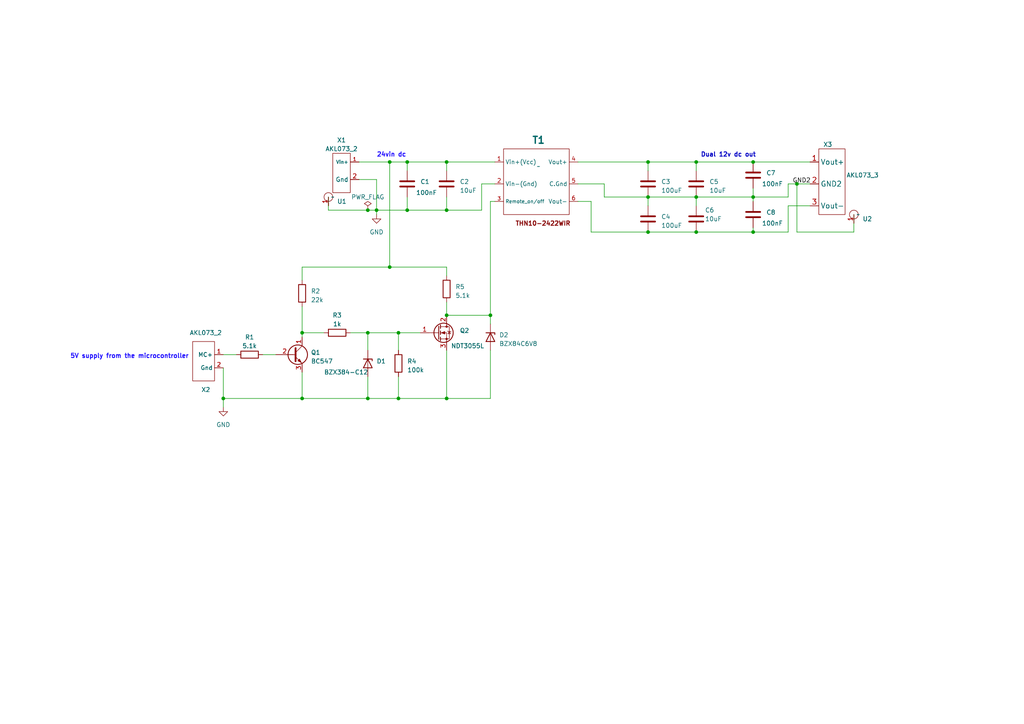
<source format=kicad_sch>
(kicad_sch (version 20230121) (generator eeschema)

  (uuid a07afb81-69e9-4123-902f-c6d7f9047704)

  (paper "A4")

  (title_block
    (title "24v dc to dual 12v dc step down converter")
    (date "2024-05-24")
    (company "Rohithvishal")
    (comment 1 "On board battery power supply of fue cell car")
  )

  (lib_symbols
    (symbol "AKL073_2:AKL073_2" (in_bom yes) (on_board yes)
      (property "Reference" "X1" (at -22.86 -1.27 0)
        (effects (font (size 1.27 1.27)))
      )
      (property "Value" "AKL073_2" (at -30.48 -7.62 0)
        (effects (font (size 1.27 1.27)))
      )
      (property "Footprint" "AKL073_2:2pin_screwterminal" (at -16.51 1.27 0)
        (effects (font (size 1.27 1.27)) hide)
      )
      (property "Datasheet" "" (at 0 0 0)
        (effects (font (size 1.27 1.27)) hide)
      )
      (symbol "AKL073_2_0_1"
        (rectangle (start -25.4 -2.54) (end -20.32 -13.97)
          (stroke (width 0) (type default))
          (fill (type none))
        )
      )
      (symbol "AKL073_2_1_1"
        (pin passive line (at -17.78 -5.08 180) (length 2.54)
          (name "Vin+" (effects (font (size 1 1))))
          (number "1" (effects (font (size 1 1))))
        )
        (pin passive line (at -17.78 -10.16 180) (length 2.54)
          (name "Gnd" (effects (font (size 1.27 1.27))))
          (number "2" (effects (font (size 1.27 1.27))))
        )
      )
    )
    (symbol "Device:C" (pin_numbers hide) (pin_names (offset 0.254)) (in_bom yes) (on_board yes)
      (property "Reference" "C" (at 0.635 2.54 0)
        (effects (font (size 1.27 1.27)) (justify left))
      )
      (property "Value" "C" (at 0.635 -2.54 0)
        (effects (font (size 1.27 1.27)) (justify left))
      )
      (property "Footprint" "" (at 0.9652 -3.81 0)
        (effects (font (size 1.27 1.27)) hide)
      )
      (property "Datasheet" "~" (at 0 0 0)
        (effects (font (size 1.27 1.27)) hide)
      )
      (property "ki_keywords" "cap capacitor" (at 0 0 0)
        (effects (font (size 1.27 1.27)) hide)
      )
      (property "ki_description" "Unpolarized capacitor" (at 0 0 0)
        (effects (font (size 1.27 1.27)) hide)
      )
      (property "ki_fp_filters" "C_*" (at 0 0 0)
        (effects (font (size 1.27 1.27)) hide)
      )
      (symbol "C_0_1"
        (polyline
          (pts
            (xy -2.032 -0.762)
            (xy 2.032 -0.762)
          )
          (stroke (width 0.508) (type default))
          (fill (type none))
        )
        (polyline
          (pts
            (xy -2.032 0.762)
            (xy 2.032 0.762)
          )
          (stroke (width 0.508) (type default))
          (fill (type none))
        )
      )
      (symbol "C_1_1"
        (pin passive line (at 0 3.81 270) (length 2.794)
          (name "~" (effects (font (size 1.27 1.27))))
          (number "1" (effects (font (size 1.27 1.27))))
        )
        (pin passive line (at 0 -3.81 90) (length 2.794)
          (name "~" (effects (font (size 1.27 1.27))))
          (number "2" (effects (font (size 1.27 1.27))))
        )
      )
    )
    (symbol "Device:D_Zener" (pin_numbers hide) (pin_names (offset 1.016) hide) (in_bom yes) (on_board yes)
      (property "Reference" "D" (at 0 2.54 0)
        (effects (font (size 1.27 1.27)))
      )
      (property "Value" "D_Zener" (at 0 -2.54 0)
        (effects (font (size 1.27 1.27)))
      )
      (property "Footprint" "" (at 0 0 0)
        (effects (font (size 1.27 1.27)) hide)
      )
      (property "Datasheet" "~" (at 0 0 0)
        (effects (font (size 1.27 1.27)) hide)
      )
      (property "ki_keywords" "diode" (at 0 0 0)
        (effects (font (size 1.27 1.27)) hide)
      )
      (property "ki_description" "Zener diode" (at 0 0 0)
        (effects (font (size 1.27 1.27)) hide)
      )
      (property "ki_fp_filters" "TO-???* *_Diode_* *SingleDiode* D_*" (at 0 0 0)
        (effects (font (size 1.27 1.27)) hide)
      )
      (symbol "D_Zener_0_1"
        (polyline
          (pts
            (xy 1.27 0)
            (xy -1.27 0)
          )
          (stroke (width 0) (type default))
          (fill (type none))
        )
        (polyline
          (pts
            (xy -1.27 -1.27)
            (xy -1.27 1.27)
            (xy -0.762 1.27)
          )
          (stroke (width 0.254) (type default))
          (fill (type none))
        )
        (polyline
          (pts
            (xy 1.27 -1.27)
            (xy 1.27 1.27)
            (xy -1.27 0)
            (xy 1.27 -1.27)
          )
          (stroke (width 0.254) (type default))
          (fill (type none))
        )
      )
      (symbol "D_Zener_1_1"
        (pin passive line (at -3.81 0 0) (length 2.54)
          (name "K" (effects (font (size 1.27 1.27))))
          (number "1" (effects (font (size 1.27 1.27))))
        )
        (pin passive line (at 3.81 0 180) (length 2.54)
          (name "A" (effects (font (size 1.27 1.27))))
          (number "2" (effects (font (size 1.27 1.27))))
        )
      )
    )
    (symbol "Device:R" (pin_numbers hide) (pin_names (offset 0)) (in_bom yes) (on_board yes)
      (property "Reference" "R" (at 2.032 0 90)
        (effects (font (size 1.27 1.27)))
      )
      (property "Value" "R" (at 0 0 90)
        (effects (font (size 1.27 1.27)))
      )
      (property "Footprint" "" (at -1.778 0 90)
        (effects (font (size 1.27 1.27)) hide)
      )
      (property "Datasheet" "~" (at 0 0 0)
        (effects (font (size 1.27 1.27)) hide)
      )
      (property "ki_keywords" "R res resistor" (at 0 0 0)
        (effects (font (size 1.27 1.27)) hide)
      )
      (property "ki_description" "Resistor" (at 0 0 0)
        (effects (font (size 1.27 1.27)) hide)
      )
      (property "ki_fp_filters" "R_*" (at 0 0 0)
        (effects (font (size 1.27 1.27)) hide)
      )
      (symbol "R_0_1"
        (rectangle (start -1.016 -2.54) (end 1.016 2.54)
          (stroke (width 0.254) (type default))
          (fill (type none))
        )
      )
      (symbol "R_1_1"
        (pin passive line (at 0 3.81 270) (length 1.27)
          (name "~" (effects (font (size 1.27 1.27))))
          (number "1" (effects (font (size 1.27 1.27))))
        )
        (pin passive line (at 0 -3.81 90) (length 1.27)
          (name "~" (effects (font (size 1.27 1.27))))
          (number "2" (effects (font (size 1.27 1.27))))
        )
      )
    )
    (symbol "New_Library_INA239_VSSOP:input" (in_bom yes) (on_board yes)
      (property "Reference" "X3" (at -19.05 1.27 0)
        (effects (font (size 1.27 1.27)) (justify right))
      )
      (property "Value" "AKL073_3" (at 30.48 -6.35 0)
        (effects (font (size 1.27 1.27)))
      )
      (property "Footprint" "AKL073_3:AKL073_3" (at 0 0 0)
        (effects (font (size 1.27 1.27)) hide)
      )
      (property "Datasheet" "" (at 0 0 0)
        (effects (font (size 1.27 1.27)) hide)
      )
      (symbol "input_0_1"
        (rectangle (start -25.4 0) (end -17.78 -19.05)
          (stroke (width 0) (type default))
          (fill (type none))
        )
      )
      (symbol "input_1_1"
        (pin passive line (at -15.24 -3.81 180) (length 2.54)
          (name "Vout+" (effects (font (size 1.5 1.5))))
          (number "1" (effects (font (size 1.5 1.5))))
        )
        (pin passive line (at -15.24 -10.16 180) (length 2.54)
          (name "GND2" (effects (font (size 1.5 1.5))))
          (number "2" (effects (font (size 1.5 1.5))))
        )
        (pin passive line (at -15.24 -16.51 180) (length 2.54)
          (name "Vout-" (effects (font (size 1.5 1.5))))
          (number "3" (effects (font (size 1.5 1.5))))
        )
      )
    )
    (symbol "Thn10-2422WIR:Traco_THN10-2422WIR" (in_bom yes) (on_board yes)
      (property "Reference" "T1" (at 0 7.62 0)
        (effects (font (size 2 2) bold))
      )
      (property "Value" "~" (at 0 0 0)
        (effects (font (size 1.27 1.27)))
      )
      (property "Footprint" "THN10-2422WIR:Traco_THN10-2422WIR" (at -5.08 10.16 0)
        (effects (font (size 1.27 1.27)) hide)
      )
      (property "Datasheet" "" (at 0 0 0)
        (effects (font (size 1.27 1.27)) hide)
      )
      (symbol "Traco_THN10-2422WIR_0_1"
        (rectangle (start -10.16 5.08) (end 8.89 -13.97)
          (stroke (width 0) (type default))
          (fill (type none))
        )
      )
      (symbol "Traco_THN10-2422WIR_1_1"
        (text "THN10-2422WIR" (at 1.27 -16.51 0)
          (effects (font (size 1.27 1.27) bold))
        )
        (pin input line (at -12.7 1.27 0) (length 2.54)
          (name "Vin+(Vcc)" (effects (font (size 1.2 1.2))))
          (number "1" (effects (font (size 1.2 1.2))))
        )
        (pin input line (at -12.7 -5.08 0) (length 2.54)
          (name "Vin-(Gnd)" (effects (font (size 1.2 1.2))))
          (number "2" (effects (font (size 1.2 1.2))))
        )
        (pin input line (at -12.7 -10.16 0) (length 2.54)
          (name "Remote_on/off" (effects (font (size 1 1))))
          (number "3" (effects (font (size 1 1))))
        )
        (pin power_out line (at 11.43 1.27 180) (length 2.54)
          (name "Vout+" (effects (font (size 1.2 1.2))))
          (number "4" (effects (font (size 1.2 1.2))))
        )
        (pin passive line (at 11.43 -5.08 180) (length 2.54)
          (name "C.Gnd" (effects (font (size 1.2 1.2))))
          (number "5" (effects (font (size 1.2 1.2))))
        )
        (pin power_out line (at 11.43 -10.16 180) (length 2.54)
          (name "Vout-" (effects (font (size 1.2 1.2))))
          (number "6" (effects (font (size 1.2 1.2))))
        )
      )
    )
    (symbol "Transistor_BJT:BC547" (pin_names (offset 0) hide) (in_bom yes) (on_board yes)
      (property "Reference" "Q" (at 5.08 1.905 0)
        (effects (font (size 1.27 1.27)) (justify left))
      )
      (property "Value" "BC547" (at 5.08 0 0)
        (effects (font (size 1.27 1.27)) (justify left))
      )
      (property "Footprint" "Package_TO_SOT_THT:TO-92_Inline" (at 5.08 -1.905 0)
        (effects (font (size 1.27 1.27) italic) (justify left) hide)
      )
      (property "Datasheet" "https://www.onsemi.com/pub/Collateral/BC550-D.pdf" (at 0 0 0)
        (effects (font (size 1.27 1.27)) (justify left) hide)
      )
      (property "ki_keywords" "NPN Transistor" (at 0 0 0)
        (effects (font (size 1.27 1.27)) hide)
      )
      (property "ki_description" "0.1A Ic, 45V Vce, Small Signal NPN Transistor, TO-92" (at 0 0 0)
        (effects (font (size 1.27 1.27)) hide)
      )
      (property "ki_fp_filters" "TO?92*" (at 0 0 0)
        (effects (font (size 1.27 1.27)) hide)
      )
      (symbol "BC547_0_1"
        (polyline
          (pts
            (xy 0 0)
            (xy 0.635 0)
          )
          (stroke (width 0) (type default))
          (fill (type none))
        )
        (polyline
          (pts
            (xy 0.635 0.635)
            (xy 2.54 2.54)
          )
          (stroke (width 0) (type default))
          (fill (type none))
        )
        (polyline
          (pts
            (xy 0.635 -0.635)
            (xy 2.54 -2.54)
            (xy 2.54 -2.54)
          )
          (stroke (width 0) (type default))
          (fill (type none))
        )
        (polyline
          (pts
            (xy 0.635 1.905)
            (xy 0.635 -1.905)
            (xy 0.635 -1.905)
          )
          (stroke (width 0.508) (type default))
          (fill (type none))
        )
        (polyline
          (pts
            (xy 1.27 -1.778)
            (xy 1.778 -1.27)
            (xy 2.286 -2.286)
            (xy 1.27 -1.778)
            (xy 1.27 -1.778)
          )
          (stroke (width 0) (type default))
          (fill (type outline))
        )
        (circle (center 1.27 0) (radius 2.8194)
          (stroke (width 0.254) (type default))
          (fill (type none))
        )
      )
      (symbol "BC547_1_1"
        (pin passive line (at 2.54 5.08 270) (length 2.54)
          (name "C" (effects (font (size 1.27 1.27))))
          (number "1" (effects (font (size 1.27 1.27))))
        )
        (pin input line (at -5.08 0 0) (length 5.08)
          (name "B" (effects (font (size 1.27 1.27))))
          (number "2" (effects (font (size 1.27 1.27))))
        )
        (pin passive line (at 2.54 -5.08 90) (length 2.54)
          (name "E" (effects (font (size 1.27 1.27))))
          (number "3" (effects (font (size 1.27 1.27))))
        )
      )
    )
    (symbol "Transistor_FET:NDT3055L" (pin_names hide) (in_bom yes) (on_board yes)
      (property "Reference" "Q" (at 5.08 1.905 0)
        (effects (font (size 1.27 1.27)) (justify left))
      )
      (property "Value" "NDT3055L" (at 5.08 0 0)
        (effects (font (size 1.27 1.27)) (justify left))
      )
      (property "Footprint" "Package_TO_SOT_SMD:SOT-223-3_TabPin2" (at 5.08 -3.81 0)
        (effects (font (size 1.27 1.27)) (justify left) hide)
      )
      (property "Datasheet" "https://www.onsemi.com/pdf/datasheet/ndt3055l-d.pdf" (at 5.08 5.08 0)
        (effects (font (size 1.27 1.27)) (justify left) hide)
      )
      (property "ki_keywords" "n channel fet" (at 0 0 0)
        (effects (font (size 1.27 1.27)) hide)
      )
      (property "ki_description" "4A Id, 60V Vds, N-Channel Logic Level Enhancement Mode MOSFET, SOT-223" (at 0 0 0)
        (effects (font (size 1.27 1.27)) hide)
      )
      (property "ki_fp_filters" "SOT?223*" (at 0 0 0)
        (effects (font (size 1.27 1.27)) hide)
      )
      (symbol "NDT3055L_0_1"
        (polyline
          (pts
            (xy 0.254 0)
            (xy -2.54 0)
          )
          (stroke (width 0) (type default))
          (fill (type none))
        )
        (polyline
          (pts
            (xy 0.254 1.905)
            (xy 0.254 -1.905)
          )
          (stroke (width 0.254) (type default))
          (fill (type none))
        )
        (polyline
          (pts
            (xy 0.762 -1.27)
            (xy 0.762 -2.286)
          )
          (stroke (width 0.254) (type default))
          (fill (type none))
        )
        (polyline
          (pts
            (xy 0.762 0.508)
            (xy 0.762 -0.508)
          )
          (stroke (width 0.254) (type default))
          (fill (type none))
        )
        (polyline
          (pts
            (xy 0.762 2.286)
            (xy 0.762 1.27)
          )
          (stroke (width 0.254) (type default))
          (fill (type none))
        )
        (polyline
          (pts
            (xy 2.54 2.54)
            (xy 2.54 1.778)
          )
          (stroke (width 0) (type default))
          (fill (type none))
        )
        (polyline
          (pts
            (xy 2.54 -2.54)
            (xy 2.54 0)
            (xy 0.762 0)
          )
          (stroke (width 0) (type default))
          (fill (type none))
        )
        (polyline
          (pts
            (xy 0.762 -1.778)
            (xy 3.302 -1.778)
            (xy 3.302 1.778)
            (xy 0.762 1.778)
          )
          (stroke (width 0) (type default))
          (fill (type none))
        )
        (polyline
          (pts
            (xy 1.016 0)
            (xy 2.032 0.381)
            (xy 2.032 -0.381)
            (xy 1.016 0)
          )
          (stroke (width 0) (type default))
          (fill (type outline))
        )
        (polyline
          (pts
            (xy 2.794 0.508)
            (xy 2.921 0.381)
            (xy 3.683 0.381)
            (xy 3.81 0.254)
          )
          (stroke (width 0) (type default))
          (fill (type none))
        )
        (polyline
          (pts
            (xy 3.302 0.381)
            (xy 2.921 -0.254)
            (xy 3.683 -0.254)
            (xy 3.302 0.381)
          )
          (stroke (width 0) (type default))
          (fill (type none))
        )
        (circle (center 1.651 0) (radius 2.794)
          (stroke (width 0.254) (type default))
          (fill (type none))
        )
        (circle (center 2.54 -1.778) (radius 0.254)
          (stroke (width 0) (type default))
          (fill (type outline))
        )
        (circle (center 2.54 1.778) (radius 0.254)
          (stroke (width 0) (type default))
          (fill (type outline))
        )
      )
      (symbol "NDT3055L_1_1"
        (pin input line (at -5.08 0 0) (length 2.54)
          (name "G" (effects (font (size 1.27 1.27))))
          (number "1" (effects (font (size 1.27 1.27))))
        )
        (pin passive line (at 2.54 5.08 270) (length 2.54)
          (name "D" (effects (font (size 1.27 1.27))))
          (number "2" (effects (font (size 1.27 1.27))))
        )
        (pin passive line (at 2.54 -5.08 90) (length 2.54)
          (name "S" (effects (font (size 1.27 1.27))))
          (number "3" (effects (font (size 1.27 1.27))))
        )
      )
    )
    (symbol "input_2" (in_bom yes) (on_board yes)
      (property "Reference" "X2" (at -21.59 -16.51 0)
        (effects (font (size 1.27 1.27)))
      )
      (property "Value" "AKL073_2" (at -21.59 0 0)
        (effects (font (size 1.27 1.27)))
      )
      (property "Footprint" "" (at 0 0 0)
        (effects (font (size 1.27 1.27)) hide)
      )
      (property "Datasheet" "" (at 0 0 0)
        (effects (font (size 1.27 1.27)) hide)
      )
      (symbol "input_2_0_1"
        (rectangle (start -25.4 -2.54) (end -19.05 -13.97)
          (stroke (width 0) (type default))
          (fill (type none))
        )
      )
      (symbol "input_2_1_1"
        (pin input line (at -16.51 -6.35 180) (length 2.54)
          (name "MC+" (effects (font (size 1.2 1.2))))
          (number "1" (effects (font (size 1.2 1.2))))
        )
        (pin input line (at -16.51 -10.16 180) (length 2.54)
          (name "Gnd" (effects (font (size 1.2 1.2))))
          (number "2" (effects (font (size 1.2 1.2))))
        )
      )
    )
    (symbol "power:GND" (power) (pin_names (offset 0)) (in_bom yes) (on_board yes)
      (property "Reference" "#PWR" (at 0 -6.35 0)
        (effects (font (size 1.27 1.27)) hide)
      )
      (property "Value" "GND" (at 0 -3.81 0)
        (effects (font (size 1.27 1.27)))
      )
      (property "Footprint" "" (at 0 0 0)
        (effects (font (size 1.27 1.27)) hide)
      )
      (property "Datasheet" "" (at 0 0 0)
        (effects (font (size 1.27 1.27)) hide)
      )
      (property "ki_keywords" "global power" (at 0 0 0)
        (effects (font (size 1.27 1.27)) hide)
      )
      (property "ki_description" "Power symbol creates a global label with name \"GND\" , ground" (at 0 0 0)
        (effects (font (size 1.27 1.27)) hide)
      )
      (symbol "GND_0_1"
        (polyline
          (pts
            (xy 0 0)
            (xy 0 -1.27)
            (xy 1.27 -1.27)
            (xy 0 -2.54)
            (xy -1.27 -1.27)
            (xy 0 -1.27)
          )
          (stroke (width 0) (type default))
          (fill (type none))
        )
      )
      (symbol "GND_1_1"
        (pin power_in line (at 0 0 270) (length 0) hide
          (name "GND" (effects (font (size 1.27 1.27))))
          (number "1" (effects (font (size 1.27 1.27))))
        )
      )
    )
    (symbol "power:PWR_FLAG" (power) (pin_numbers hide) (pin_names (offset 0) hide) (in_bom yes) (on_board yes)
      (property "Reference" "#FLG" (at 0 1.905 0)
        (effects (font (size 1.27 1.27)) hide)
      )
      (property "Value" "PWR_FLAG" (at 0 3.81 0)
        (effects (font (size 1.27 1.27)))
      )
      (property "Footprint" "" (at 0 0 0)
        (effects (font (size 1.27 1.27)) hide)
      )
      (property "Datasheet" "~" (at 0 0 0)
        (effects (font (size 1.27 1.27)) hide)
      )
      (property "ki_keywords" "flag power" (at 0 0 0)
        (effects (font (size 1.27 1.27)) hide)
      )
      (property "ki_description" "Special symbol for telling ERC where power comes from" (at 0 0 0)
        (effects (font (size 1.27 1.27)) hide)
      )
      (symbol "PWR_FLAG_0_0"
        (pin power_out line (at 0 0 90) (length 0)
          (name "pwr" (effects (font (size 1.27 1.27))))
          (number "1" (effects (font (size 1.27 1.27))))
        )
      )
      (symbol "PWR_FLAG_0_1"
        (polyline
          (pts
            (xy 0 0)
            (xy 0 1.27)
            (xy -1.016 1.905)
            (xy 0 2.54)
            (xy 1.016 1.905)
            (xy 0 1.27)
          )
          (stroke (width 0) (type default))
          (fill (type none))
        )
      )
    )
    (symbol "soldernail-RTML:soldernail" (in_bom yes) (on_board yes)
      (property "Reference" "U2" (at 3.81 1.27 90)
        (effects (font (size 1.27 1.27)) (justify right))
      )
      (property "Value" "~" (at 0 0 0)
        (effects (font (size 1.27 1.27)))
      )
      (property "Footprint" "soldernail-RTML:Soldernail" (at 0 0 0)
        (effects (font (size 1.27 1.27)) hide)
      )
      (property "Datasheet" "" (at 0 0 0)
        (effects (font (size 1.27 1.27)) hide)
      )
      (symbol "soldernail_0_1"
        (circle (center -1.27 0) (radius 1.27)
          (stroke (width 0) (type default))
          (fill (type none))
        )
      )
      (symbol "soldernail_1_1"
        (pin input line (at -1.27 0 270) (length 2.54)
          (name "" (effects (font (size 1.27 1.27))))
          (number "1" (effects (font (size 1.27 1.27))))
        )
      )
    )
  )


  (junction (at 142.24 91.44) (diameter 0) (color 0 0 0 0)
    (uuid 07d72493-2247-47fc-ac6f-ed8ce7a14d4b)
  )
  (junction (at 109.22 60.96) (diameter 0) (color 0 0 0 0)
    (uuid 1198153f-1a44-43c0-9061-267fc6f8db03)
  )
  (junction (at 64.77 115.57) (diameter 0) (color 0 0 0 0)
    (uuid 146f26db-64c0-41d8-9fe0-7c177cd872cc)
  )
  (junction (at 113.03 77.47) (diameter 0) (color 0 0 0 0)
    (uuid 198a0b85-f0df-495f-a8d2-c45579edb1db)
  )
  (junction (at 218.44 67.31) (diameter 0) (color 0 0 0 0)
    (uuid 1eba8852-511e-4555-b207-d005fd141c18)
  )
  (junction (at 106.68 115.57) (diameter 0) (color 0 0 0 0)
    (uuid 2e74bddc-48bf-43df-9309-f4a311468f6d)
  )
  (junction (at 218.44 57.15) (diameter 0) (color 0 0 0 0)
    (uuid 315902dc-ec4f-4298-b0f8-d48a429b1f11)
  )
  (junction (at 115.57 96.52) (diameter 0) (color 0 0 0 0)
    (uuid 5370d9ae-ff63-4346-ad30-7d8a7e37ab6d)
  )
  (junction (at 187.96 46.99) (diameter 0) (color 0 0 0 0)
    (uuid 5953dece-93f3-46a0-8bb7-38d2f939df7b)
  )
  (junction (at 118.11 60.96) (diameter 0) (color 0 0 0 0)
    (uuid 59e2129b-8626-481e-95f8-41d5d9d62aa2)
  )
  (junction (at 218.44 46.99) (diameter 0) (color 0 0 0 0)
    (uuid 5cf683df-440b-48b0-a9b4-c615449be86b)
  )
  (junction (at 201.93 57.15) (diameter 0) (color 0 0 0 0)
    (uuid 66f16709-dfa4-4f32-b466-995ddb78e8db)
  )
  (junction (at 87.63 115.57) (diameter 0) (color 0 0 0 0)
    (uuid 7b04b727-a4b6-49b0-ac51-c69228e8778e)
  )
  (junction (at 118.11 46.99) (diameter 0) (color 0 0 0 0)
    (uuid 81db5153-a2b4-47cc-925e-74f8a9048a21)
  )
  (junction (at 129.54 46.99) (diameter 0) (color 0 0 0 0)
    (uuid 911d8297-99fc-4f1a-a87f-a5bd95f0a70f)
  )
  (junction (at 187.96 67.31) (diameter 0) (color 0 0 0 0)
    (uuid 93404add-ea6b-49ab-9f3e-5871af806bb9)
  )
  (junction (at 129.54 115.57) (diameter 0) (color 0 0 0 0)
    (uuid 95a696bc-f3ec-4040-bd73-6cac76050a15)
  )
  (junction (at 187.96 57.15) (diameter 0) (color 0 0 0 0)
    (uuid 95ce5825-8d68-4c6c-8f3c-0ff43526dbf3)
  )
  (junction (at 231.14 53.34) (diameter 0) (color 0 0 0 0)
    (uuid a81ec727-b2a5-4476-8435-6cc748518526)
  )
  (junction (at 201.93 46.99) (diameter 0) (color 0 0 0 0)
    (uuid a8f57468-a2b9-4308-9cad-98a5809a2875)
  )
  (junction (at 113.03 46.99) (diameter 0) (color 0 0 0 0)
    (uuid b217405e-59ec-4880-9599-057714239917)
  )
  (junction (at 201.93 67.31) (diameter 0) (color 0 0 0 0)
    (uuid b7ea9bc3-b34d-4613-aa52-996130490409)
  )
  (junction (at 129.54 60.96) (diameter 0) (color 0 0 0 0)
    (uuid c23fddcc-88e9-404c-b203-d2f50fa5c01a)
  )
  (junction (at 87.63 96.52) (diameter 0) (color 0 0 0 0)
    (uuid d8c5d273-7e10-4cab-8dc7-2d15d411487b)
  )
  (junction (at 129.54 91.44) (diameter 0) (color 0 0 0 0)
    (uuid ea3f01c3-c9c7-4c1c-a586-b4ae8406c2d1)
  )
  (junction (at 106.68 96.52) (diameter 0) (color 0 0 0 0)
    (uuid fa4ca2c6-3c17-44e4-bdd7-9eb755cdde56)
  )
  (junction (at 106.68 60.96) (diameter 0) (color 0 0 0 0)
    (uuid fb80f884-3e90-4153-b5f3-ca15e95e732f)
  )
  (junction (at 115.57 115.57) (diameter 0) (color 0 0 0 0)
    (uuid fdb6f331-e305-4fc0-aedd-b4fd8a5289cf)
  )

  (wire (pts (xy 187.96 46.99) (xy 201.93 46.99))
    (stroke (width 0) (type default))
    (uuid 03f2bb93-78cc-4a78-b353-b51da05aac3d)
  )
  (wire (pts (xy 167.64 53.34) (xy 175.26 53.34))
    (stroke (width 0) (type default))
    (uuid 0543090e-731a-47d5-939e-35ab90d54c98)
  )
  (wire (pts (xy 113.03 46.99) (xy 118.11 46.99))
    (stroke (width 0) (type default))
    (uuid 0596536e-3cf9-4833-bf69-be49e4d01202)
  )
  (wire (pts (xy 129.54 46.99) (xy 129.54 49.53))
    (stroke (width 0) (type default))
    (uuid 07226f7a-ba31-4f08-80fc-dfd18750fc47)
  )
  (wire (pts (xy 247.65 62.23) (xy 247.65 67.31))
    (stroke (width 0) (type default))
    (uuid 078a342f-ef6a-46e4-98cc-1285e6ee3bf2)
  )
  (wire (pts (xy 129.54 77.47) (xy 129.54 80.01))
    (stroke (width 0) (type default))
    (uuid 08f01753-fcdf-4cfb-97c2-7f1bebc066d9)
  )
  (wire (pts (xy 218.44 67.31) (xy 228.6 67.31))
    (stroke (width 0) (type default))
    (uuid 0b59a6e8-7aad-4b78-8e7e-e94a2beb51e6)
  )
  (wire (pts (xy 175.26 57.15) (xy 187.96 57.15))
    (stroke (width 0) (type default))
    (uuid 0c83675d-464a-4b90-8072-1ddce05332cb)
  )
  (wire (pts (xy 218.44 54.61) (xy 218.44 57.15))
    (stroke (width 0) (type default))
    (uuid 0e282741-45e7-4059-8c1e-292631e2de3e)
  )
  (wire (pts (xy 234.95 53.34) (xy 231.14 53.34))
    (stroke (width 0) (type default))
    (uuid 100a498a-3409-4f18-96cd-f2929f46aeb7)
  )
  (wire (pts (xy 113.03 46.99) (xy 113.03 77.47))
    (stroke (width 0) (type default))
    (uuid 11080d5f-6245-4ad2-92c9-44428881f3d9)
  )
  (wire (pts (xy 87.63 96.52) (xy 93.98 96.52))
    (stroke (width 0) (type default))
    (uuid 14fabef8-2a3a-480b-bc64-7bc710375931)
  )
  (wire (pts (xy 109.22 52.07) (xy 109.22 60.96))
    (stroke (width 0) (type default))
    (uuid 17dee91d-29d3-4cd2-b317-df70c188841c)
  )
  (wire (pts (xy 129.54 60.96) (xy 118.11 60.96))
    (stroke (width 0) (type default))
    (uuid 1dbd692d-7c4d-416f-b2d1-1b8139aae85f)
  )
  (wire (pts (xy 104.14 46.99) (xy 113.03 46.99))
    (stroke (width 0) (type default))
    (uuid 22469af6-0001-463d-aba6-b0fd0bcc74cc)
  )
  (wire (pts (xy 201.93 57.15) (xy 218.44 57.15))
    (stroke (width 0) (type default))
    (uuid 2699c297-fbd9-48c8-8e92-a22fe2d740fc)
  )
  (wire (pts (xy 231.14 67.31) (xy 231.14 53.34))
    (stroke (width 0) (type default))
    (uuid 27d2528a-4f73-457a-831a-0912a68aec01)
  )
  (wire (pts (xy 129.54 46.99) (xy 143.51 46.99))
    (stroke (width 0) (type default))
    (uuid 28b2ada0-a77c-4104-9324-71b1f6ff1528)
  )
  (wire (pts (xy 129.54 101.6) (xy 129.54 115.57))
    (stroke (width 0) (type default))
    (uuid 28e8bb44-8965-40ac-a02f-1905d09f19ec)
  )
  (wire (pts (xy 139.7 53.34) (xy 139.7 60.96))
    (stroke (width 0) (type default))
    (uuid 2af5b5f8-c742-4fab-aa79-b72c09dec8d6)
  )
  (wire (pts (xy 228.6 59.69) (xy 234.95 59.69))
    (stroke (width 0) (type default))
    (uuid 2fc998ea-5f4e-42d7-b762-eebf5239e7a1)
  )
  (wire (pts (xy 118.11 46.99) (xy 118.11 49.53))
    (stroke (width 0) (type default))
    (uuid 33d48058-ff31-47ac-98f7-a449a166a83b)
  )
  (wire (pts (xy 64.77 106.68) (xy 64.77 115.57))
    (stroke (width 0) (type default))
    (uuid 350ea564-de75-46b7-a3d8-60c36f287107)
  )
  (wire (pts (xy 201.93 46.99) (xy 201.93 49.53))
    (stroke (width 0) (type default))
    (uuid 3fa74aa0-6673-4aea-b03c-6957afd2f52d)
  )
  (wire (pts (xy 118.11 57.15) (xy 118.11 60.96))
    (stroke (width 0) (type default))
    (uuid 44b966c4-27d3-4f0a-b057-dbdfe4b9e46b)
  )
  (wire (pts (xy 201.93 57.15) (xy 201.93 59.69))
    (stroke (width 0) (type default))
    (uuid 45e85907-e6b6-4dd4-848b-b6896404cf1f)
  )
  (wire (pts (xy 118.11 46.99) (xy 129.54 46.99))
    (stroke (width 0) (type default))
    (uuid 4cf31e3d-afaf-45d2-b2f9-1167e91cb7af)
  )
  (wire (pts (xy 231.14 53.34) (xy 228.6 53.34))
    (stroke (width 0) (type default))
    (uuid 4d6685fe-d5e3-45a3-93ea-d175716d47e5)
  )
  (wire (pts (xy 218.44 46.99) (xy 234.95 46.99))
    (stroke (width 0) (type default))
    (uuid 58ed6320-91fa-4ff4-b340-0f7838b3a330)
  )
  (wire (pts (xy 167.64 46.99) (xy 187.96 46.99))
    (stroke (width 0) (type default))
    (uuid 5a7c83f4-bf63-427c-8aa0-2543999824c0)
  )
  (wire (pts (xy 115.57 96.52) (xy 121.92 96.52))
    (stroke (width 0) (type default))
    (uuid 5fd09877-ea88-47dd-9bb4-c0737aedf813)
  )
  (wire (pts (xy 201.93 46.99) (xy 218.44 46.99))
    (stroke (width 0) (type default))
    (uuid 69ffd7cd-cbe9-49cc-ad3c-2959fd70a85a)
  )
  (wire (pts (xy 187.96 57.15) (xy 201.93 57.15))
    (stroke (width 0) (type default))
    (uuid 6d8b5a87-5c50-49e3-a0a2-8f9428ca8db3)
  )
  (wire (pts (xy 218.44 66.04) (xy 218.44 67.31))
    (stroke (width 0) (type default))
    (uuid 6e1959f2-8c60-4ba2-a40c-76feece1375e)
  )
  (wire (pts (xy 87.63 88.9) (xy 87.63 96.52))
    (stroke (width 0) (type default))
    (uuid 734a7953-e222-4896-801b-b8ac04cf05de)
  )
  (wire (pts (xy 87.63 81.28) (xy 87.63 77.47))
    (stroke (width 0) (type default))
    (uuid 7519ea3c-ccee-45a8-b5ed-8e7f4633f86e)
  )
  (wire (pts (xy 247.65 67.31) (xy 231.14 67.31))
    (stroke (width 0) (type default))
    (uuid 75c83513-ee9d-4961-880f-c2e1c1ed2ec0)
  )
  (wire (pts (xy 201.93 67.31) (xy 218.44 67.31))
    (stroke (width 0) (type default))
    (uuid 77382e85-7c5b-45ec-baca-5c6b5dae0664)
  )
  (wire (pts (xy 115.57 109.22) (xy 115.57 115.57))
    (stroke (width 0) (type default))
    (uuid 7852fe01-7f66-4371-8695-aa1cd3bc5283)
  )
  (wire (pts (xy 115.57 115.57) (xy 106.68 115.57))
    (stroke (width 0) (type default))
    (uuid 78c9dd45-2f7f-4cc9-b167-6ec2aa9fb87b)
  )
  (wire (pts (xy 113.03 77.47) (xy 129.54 77.47))
    (stroke (width 0) (type default))
    (uuid 7a711055-399a-4db7-a4e7-a0d819975f09)
  )
  (wire (pts (xy 87.63 96.52) (xy 87.63 97.79))
    (stroke (width 0) (type default))
    (uuid 7b13caa2-b04a-40b0-a4ad-a2d3a6588137)
  )
  (wire (pts (xy 143.51 53.34) (xy 139.7 53.34))
    (stroke (width 0) (type default))
    (uuid 7d3558b2-614b-4463-9213-3e8dd0f2dac1)
  )
  (wire (pts (xy 64.77 102.87) (xy 68.58 102.87))
    (stroke (width 0) (type default))
    (uuid 7dbbf5b8-ffc7-466e-b787-84595fba5817)
  )
  (wire (pts (xy 104.14 52.07) (xy 109.22 52.07))
    (stroke (width 0) (type default))
    (uuid 7ee99f17-b8d7-42b8-9bb0-939d810c3595)
  )
  (wire (pts (xy 118.11 60.96) (xy 109.22 60.96))
    (stroke (width 0) (type default))
    (uuid 822111e5-9647-4f4a-bf24-c12b859a0e39)
  )
  (wire (pts (xy 167.64 58.42) (xy 171.45 58.42))
    (stroke (width 0) (type default))
    (uuid 8265fdda-0a5e-4060-8e55-8e1bc56251f4)
  )
  (wire (pts (xy 115.57 96.52) (xy 106.68 96.52))
    (stroke (width 0) (type default))
    (uuid 83ce569b-165a-47c4-a8be-cdfc0a35ec15)
  )
  (wire (pts (xy 139.7 60.96) (xy 129.54 60.96))
    (stroke (width 0) (type default))
    (uuid 86ffe0cb-e1e8-48c8-a4d6-520ef3a7803b)
  )
  (wire (pts (xy 109.22 60.96) (xy 109.22 62.23))
    (stroke (width 0) (type default))
    (uuid 8c1ad478-88a2-4d57-8cab-22b5117a29a2)
  )
  (wire (pts (xy 228.6 57.15) (xy 218.44 57.15))
    (stroke (width 0) (type default))
    (uuid 8d52d61e-bfb3-4474-88b2-85861e517b3d)
  )
  (wire (pts (xy 228.6 59.69) (xy 228.6 67.31))
    (stroke (width 0) (type default))
    (uuid 8d5734ab-b9fa-42c6-a7f3-7f2fad934d2a)
  )
  (wire (pts (xy 64.77 115.57) (xy 64.77 118.11))
    (stroke (width 0) (type default))
    (uuid 9191dec9-2ad1-40ce-808a-5aa7140d8f86)
  )
  (wire (pts (xy 143.51 58.42) (xy 142.24 58.42))
    (stroke (width 0) (type default))
    (uuid 943a656b-e6b6-4755-8d7a-914e8ef0f640)
  )
  (wire (pts (xy 87.63 107.95) (xy 87.63 115.57))
    (stroke (width 0) (type default))
    (uuid 96a5e025-b5d0-4438-8912-1d493d2e91b2)
  )
  (wire (pts (xy 76.2 102.87) (xy 80.01 102.87))
    (stroke (width 0) (type default))
    (uuid 97ab94c7-6e02-403d-8ab2-ac1a03f5da6d)
  )
  (wire (pts (xy 142.24 93.98) (xy 142.24 91.44))
    (stroke (width 0) (type default))
    (uuid 9ba1e48d-6f9c-40ee-af0f-a5941bea351c)
  )
  (wire (pts (xy 115.57 96.52) (xy 115.57 101.6))
    (stroke (width 0) (type default))
    (uuid 9bdf3b04-00f7-47d4-9736-13a48db9eb73)
  )
  (wire (pts (xy 228.6 53.34) (xy 228.6 57.15))
    (stroke (width 0) (type default))
    (uuid a02263bd-ff4f-4953-99d8-06093801b18a)
  )
  (wire (pts (xy 87.63 77.47) (xy 113.03 77.47))
    (stroke (width 0) (type default))
    (uuid a29bdc81-a349-4d03-8fd9-146408846ef1)
  )
  (wire (pts (xy 142.24 115.57) (xy 129.54 115.57))
    (stroke (width 0) (type default))
    (uuid aafc6352-2074-4978-94fa-50a8012bd4c0)
  )
  (wire (pts (xy 101.6 96.52) (xy 106.68 96.52))
    (stroke (width 0) (type default))
    (uuid ab49e83b-fd55-4265-a4ed-f1b0441aa4de)
  )
  (wire (pts (xy 106.68 96.52) (xy 106.68 101.6))
    (stroke (width 0) (type default))
    (uuid af848eb1-3b1c-4d6a-964a-4ed785f85e6a)
  )
  (wire (pts (xy 142.24 58.42) (xy 142.24 91.44))
    (stroke (width 0) (type default))
    (uuid b1d64f3f-7153-49fd-9901-a256959e86f7)
  )
  (wire (pts (xy 171.45 58.42) (xy 171.45 67.31))
    (stroke (width 0) (type default))
    (uuid b26a6575-a8c7-4a6b-b2ef-1b681b7fdf77)
  )
  (wire (pts (xy 129.54 57.15) (xy 129.54 60.96))
    (stroke (width 0) (type default))
    (uuid b2b59a0b-e58f-48f1-83b3-f318e4c87170)
  )
  (wire (pts (xy 106.68 60.96) (xy 109.22 60.96))
    (stroke (width 0) (type default))
    (uuid b32d942e-587b-481a-897b-7be6aefcbd41)
  )
  (wire (pts (xy 106.68 109.22) (xy 106.68 115.57))
    (stroke (width 0) (type default))
    (uuid b41cf8ad-2e64-4e5a-b3f2-1c749a572194)
  )
  (wire (pts (xy 187.96 46.99) (xy 187.96 49.53))
    (stroke (width 0) (type default))
    (uuid b5b02dec-6796-4015-a66e-23673901051b)
  )
  (wire (pts (xy 95.25 57.15) (xy 95.25 60.96))
    (stroke (width 0) (type default))
    (uuid b9ae783a-e346-46d7-97b9-9e5f4ba09d59)
  )
  (wire (pts (xy 129.54 87.63) (xy 129.54 91.44))
    (stroke (width 0) (type default))
    (uuid c6a8c59e-055c-481d-8e51-63c292d3d61c)
  )
  (wire (pts (xy 95.25 60.96) (xy 106.68 60.96))
    (stroke (width 0) (type default))
    (uuid d73417e2-5963-4eaf-9a49-214492c8b24e)
  )
  (wire (pts (xy 142.24 101.6) (xy 142.24 115.57))
    (stroke (width 0) (type default))
    (uuid e2732f29-7fef-44cb-a352-79d36aaf8be1)
  )
  (wire (pts (xy 187.96 57.15) (xy 187.96 59.69))
    (stroke (width 0) (type default))
    (uuid e362aba4-5ccd-4c24-9748-591fec9213ce)
  )
  (wire (pts (xy 106.68 115.57) (xy 87.63 115.57))
    (stroke (width 0) (type default))
    (uuid e40eec72-66ec-4932-900f-049cf47d980e)
  )
  (wire (pts (xy 64.77 115.57) (xy 87.63 115.57))
    (stroke (width 0) (type default))
    (uuid e47a5b40-a704-4402-8f50-aeecdd11c26f)
  )
  (wire (pts (xy 171.45 67.31) (xy 187.96 67.31))
    (stroke (width 0) (type default))
    (uuid eee4c03f-b406-471b-8130-512752dae1bc)
  )
  (wire (pts (xy 129.54 91.44) (xy 142.24 91.44))
    (stroke (width 0) (type default))
    (uuid ef45dbac-f29d-439e-8db1-a514472c46ee)
  )
  (wire (pts (xy 129.54 115.57) (xy 115.57 115.57))
    (stroke (width 0) (type default))
    (uuid f0902a0a-a987-4503-a279-fc497d8089b2)
  )
  (wire (pts (xy 175.26 53.34) (xy 175.26 57.15))
    (stroke (width 0) (type default))
    (uuid f94cc1fb-1e30-4189-9474-85a02ee31583)
  )
  (wire (pts (xy 218.44 57.15) (xy 218.44 58.42))
    (stroke (width 0) (type default))
    (uuid fb30a039-82d5-4d41-a39c-d0162ec71cc8)
  )
  (wire (pts (xy 187.96 67.31) (xy 201.93 67.31))
    (stroke (width 0) (type default))
    (uuid ff5a2dad-4fb9-4ee6-a617-babef3d5cddf)
  )

  (text "Dual 12v dc out" (at 203.2 45.72 0)
    (effects (font (size 1.27 1.27) bold) (justify left bottom))
    (uuid 70eb39b8-33e4-459b-8b47-f3f1e2fa4e77)
  )
  (text "5V supply from the microcontroller" (at 20.32 104.14 0)
    (effects (font (size 1.27 1.27) (thickness 0.254) bold (color 30 14 255 1)) (justify left bottom))
    (uuid bdb48b3f-8c2e-4a46-acd1-555db0c2aa2c)
  )
  (text "24vin dc" (at 109.22 45.72 0)
    (effects (font (size 1.27 1.27) (thickness 0.254) bold (color 32 13 255 1)) (justify left bottom))
    (uuid be8cfd5b-c302-4e0a-b134-124c824f3172)
  )

  (label "GND2" (at 229.87 53.34 0) (fields_autoplaced)
    (effects (font (size 1.27 1.27)) (justify left bottom))
    (uuid 25d2b90a-5358-429d-a544-ad932c274781)
  )

  (symbol (lib_id "Device:R") (at 87.63 85.09 180) (unit 1)
    (in_bom yes) (on_board yes) (dnp no) (fields_autoplaced)
    (uuid 01f1f136-6b63-4d94-add3-090890114c0c)
    (property "Reference" "R2" (at 90.17 84.455 0)
      (effects (font (size 1.27 1.27)) (justify right))
    )
    (property "Value" "22k" (at 90.17 86.995 0)
      (effects (font (size 1.27 1.27)) (justify right))
    )
    (property "Footprint" "Resistor_SMD:R_0603_1608Metric_Pad0.98x0.95mm_HandSolder" (at 89.408 85.09 90)
      (effects (font (size 1.27 1.27)) hide)
    )
    (property "Datasheet" "~" (at 87.63 85.09 0)
      (effects (font (size 1.27 1.27)) hide)
    )
    (pin "1" (uuid 66c3dbf9-ba2e-45f7-8296-8deb6eb40df8))
    (pin "2" (uuid 1701233b-7f1a-4538-b0bf-868f494bd35f))
    (instances
      (project "24vdc to dual 12vdc"
        (path "/a07afb81-69e9-4123-902f-c6d7f9047704"
          (reference "R2") (unit 1)
        )
      )
    )
  )

  (symbol (lib_id "Device:C") (at 129.54 53.34 0) (unit 1)
    (in_bom yes) (on_board yes) (dnp no) (fields_autoplaced)
    (uuid 023d4ad7-9bef-427f-8605-ae980213dfea)
    (property "Reference" "C2" (at 133.35 52.705 0)
      (effects (font (size 1.27 1.27)) (justify left))
    )
    (property "Value" "10uF" (at 133.35 55.245 0)
      (effects (font (size 1.27 1.27)) (justify left))
    )
    (property "Footprint" "Capacitor_SMD:C_1210_3225Metric_Pad1.33x2.70mm_HandSolder" (at 130.5052 57.15 0)
      (effects (font (size 1.27 1.27)) hide)
    )
    (property "Datasheet" "~" (at 129.54 53.34 0)
      (effects (font (size 1.27 1.27)) hide)
    )
    (pin "1" (uuid 71c82798-8251-44a8-b288-8e728342e339))
    (pin "2" (uuid 972f3929-9223-4742-87e0-27f0e33f5efb))
    (instances
      (project "24vdc to dual 12vdc"
        (path "/a07afb81-69e9-4123-902f-c6d7f9047704"
          (reference "C2") (unit 1)
        )
      )
    )
  )

  (symbol (lib_id "Device:R") (at 72.39 102.87 90) (unit 1)
    (in_bom yes) (on_board yes) (dnp no) (fields_autoplaced)
    (uuid 042f1743-fb59-4f58-b142-f1a4408269bc)
    (property "Reference" "R1" (at 72.39 97.79 90)
      (effects (font (size 1.27 1.27)))
    )
    (property "Value" "5.1k" (at 72.39 100.33 90)
      (effects (font (size 1.27 1.27)))
    )
    (property "Footprint" "Resistor_SMD:R_0603_1608Metric_Pad0.98x0.95mm_HandSolder" (at 72.39 104.648 90)
      (effects (font (size 1.27 1.27)) hide)
    )
    (property "Datasheet" "~" (at 72.39 102.87 0)
      (effects (font (size 1.27 1.27)) hide)
    )
    (pin "1" (uuid 76adc5b4-3926-4a97-b0b2-97838ec1c2fc))
    (pin "2" (uuid c7db1d46-ad95-4384-93b2-4f7d33711044))
    (instances
      (project "24vdc to dual 12vdc"
        (path "/a07afb81-69e9-4123-902f-c6d7f9047704"
          (reference "R1") (unit 1)
        )
      )
    )
  )

  (symbol (lib_id "Device:R") (at 97.79 96.52 270) (unit 1)
    (in_bom yes) (on_board yes) (dnp no) (fields_autoplaced)
    (uuid 0a8d2981-c2ff-4ab6-82bf-e21e6484fa3c)
    (property "Reference" "R3" (at 97.79 91.44 90)
      (effects (font (size 1.27 1.27)))
    )
    (property "Value" "1k" (at 97.79 93.98 90)
      (effects (font (size 1.27 1.27)))
    )
    (property "Footprint" "Resistor_SMD:R_0603_1608Metric_Pad0.98x0.95mm_HandSolder" (at 97.79 94.742 90)
      (effects (font (size 1.27 1.27)) hide)
    )
    (property "Datasheet" "~" (at 97.79 96.52 0)
      (effects (font (size 1.27 1.27)) hide)
    )
    (pin "1" (uuid 17ec32c4-eaaa-440b-bf94-fe0e00106c8b))
    (pin "2" (uuid 55672971-33f9-4652-8b63-9c2ae3928931))
    (instances
      (project "24vdc to dual 12vdc"
        (path "/a07afb81-69e9-4123-902f-c6d7f9047704"
          (reference "R3") (unit 1)
        )
      )
    )
  )

  (symbol (lib_id "Device:C") (at 201.93 63.5 0) (unit 1)
    (in_bom yes) (on_board yes) (dnp no)
    (uuid 1f31a750-7855-446c-8d33-924e8d9d5943)
    (property "Reference" "C6" (at 204.47 60.96 0)
      (effects (font (size 1.27 1.27)) (justify left))
    )
    (property "Value" "10uF" (at 204.47 63.5 0)
      (effects (font (size 1.27 1.27)) (justify left))
    )
    (property "Footprint" "Capacitor_SMD:C_1210_3225Metric_Pad1.33x2.70mm_HandSolder" (at 202.8952 67.31 0)
      (effects (font (size 1.27 1.27)) hide)
    )
    (property "Datasheet" "~" (at 201.93 63.5 0)
      (effects (font (size 1.27 1.27)) hide)
    )
    (pin "1" (uuid 98fad12f-6e12-419b-b56f-2b1713d9832e))
    (pin "2" (uuid fc8aa942-1244-4439-a1c0-185198413908))
    (instances
      (project "24vdc to dual 12vdc"
        (path "/a07afb81-69e9-4123-902f-c6d7f9047704"
          (reference "C6") (unit 1)
        )
      )
    )
  )

  (symbol (lib_id "AKL073_2:AKL073_2") (at 121.92 41.91 0) (unit 1)
    (in_bom yes) (on_board yes) (dnp no) (fields_autoplaced)
    (uuid 291daccd-a7fc-43d9-9550-4b4a716dce0e)
    (property "Reference" "X1" (at 99.06 40.64 0)
      (effects (font (size 1.27 1.27)))
    )
    (property "Value" "AKL073_2" (at 99.06 43.18 0)
      (effects (font (size 1.27 1.27)))
    )
    (property "Footprint" "AKL073_2:AKL073_2" (at 121.92 41.91 0)
      (effects (font (size 1.27 1.27)) hide)
    )
    (property "Datasheet" "" (at 121.92 41.91 0)
      (effects (font (size 1.27 1.27)) hide)
    )
    (pin "1" (uuid b9cb498d-b23d-4609-b580-ddd028474165))
    (pin "2" (uuid 36728834-ddb2-418a-bc18-e0e170218c02))
    (instances
      (project "24vdc to dual 12vdc"
        (path "/a07afb81-69e9-4123-902f-c6d7f9047704"
          (reference "X1") (unit 1)
        )
      )
    )
  )

  (symbol (lib_id "Device:C") (at 218.44 62.23 0) (unit 1)
    (in_bom yes) (on_board yes) (dnp no)
    (uuid 35448967-256f-49b2-86d6-d08863bf2e4a)
    (property "Reference" "C8" (at 222.25 61.595 0)
      (effects (font (size 1.27 1.27)) (justify left))
    )
    (property "Value" "100nF" (at 220.98 64.77 0)
      (effects (font (size 1.27 1.27)) (justify left))
    )
    (property "Footprint" "Capacitor_SMD:C_0603_1608Metric_Pad1.08x0.95mm_HandSolder" (at 219.4052 66.04 0)
      (effects (font (size 1.27 1.27)) hide)
    )
    (property "Datasheet" "~" (at 218.44 62.23 0)
      (effects (font (size 1.27 1.27)) hide)
    )
    (pin "1" (uuid 0de30827-4f03-4825-ab8c-b22aa34f8007))
    (pin "2" (uuid 50001f93-602c-4f87-8a5f-42f376230460))
    (instances
      (project "24vdc to dual 12vdc"
        (path "/a07afb81-69e9-4123-902f-c6d7f9047704"
          (reference "C8") (unit 1)
        )
      )
    )
  )

  (symbol (lib_id "Device:C") (at 187.96 63.5 0) (unit 1)
    (in_bom yes) (on_board yes) (dnp no) (fields_autoplaced)
    (uuid 464f26bb-b621-4209-adc4-f5d3f0348a03)
    (property "Reference" "C4" (at 191.77 62.865 0)
      (effects (font (size 1.27 1.27)) (justify left))
    )
    (property "Value" "100uF" (at 191.77 65.405 0)
      (effects (font (size 1.27 1.27)) (justify left))
    )
    (property "Footprint" "100uf_capacitance:Cout_100uf" (at 188.9252 67.31 0)
      (effects (font (size 1.27 1.27)) hide)
    )
    (property "Datasheet" "~" (at 187.96 63.5 0)
      (effects (font (size 1.27 1.27)) hide)
    )
    (pin "1" (uuid 0f78a18a-18d8-4500-8702-c59be4cbaccf))
    (pin "2" (uuid 4a29e733-8691-4cc7-9613-b5b3d80c4278))
    (instances
      (project "24vdc to dual 12vdc"
        (path "/a07afb81-69e9-4123-902f-c6d7f9047704"
          (reference "C4") (unit 1)
        )
      )
    )
  )

  (symbol (lib_id "soldernail-RTML:soldernail") (at 96.52 57.15 0) (unit 1)
    (in_bom yes) (on_board yes) (dnp no) (fields_autoplaced)
    (uuid 621f91d0-5d14-4965-adb3-4ae6ae61ea39)
    (property "Reference" "U1" (at 97.79 58.42 0)
      (effects (font (size 1.27 1.27)) (justify left))
    )
    (property "Value" "~" (at 96.52 57.15 0)
      (effects (font (size 1.27 1.27)))
    )
    (property "Footprint" "soldernail-RTML:Soldernail" (at 96.52 57.15 0)
      (effects (font (size 1.27 1.27)) hide)
    )
    (property "Datasheet" "" (at 96.52 57.15 0)
      (effects (font (size 1.27 1.27)) hide)
    )
    (pin "1" (uuid b4b9222c-a551-4816-9273-fca1fbe6ef32))
    (instances
      (project "24vdc to dual 12vdc"
        (path "/a07afb81-69e9-4123-902f-c6d7f9047704"
          (reference "U1") (unit 1)
        )
      )
    )
  )

  (symbol (lib_id "Device:D_Zener") (at 106.68 105.41 270) (unit 1)
    (in_bom yes) (on_board yes) (dnp no)
    (uuid 8cbe3ef2-9659-4e9f-be04-36f47a1d2f28)
    (property "Reference" "D1" (at 109.22 104.775 90)
      (effects (font (size 1.27 1.27)) (justify left))
    )
    (property "Value" "BZX384-C12" (at 93.98 107.95 90)
      (effects (font (size 1.27 1.27)) (justify left))
    )
    (property "Footprint" "BZX384-C12:BZX384-C12" (at 106.68 105.41 0)
      (effects (font (size 1.27 1.27)) hide)
    )
    (property "Datasheet" "~" (at 106.68 105.41 0)
      (effects (font (size 1.27 1.27)) hide)
    )
    (pin "1" (uuid dfd67883-5e8d-40a1-a251-3d5dd5934350))
    (pin "2" (uuid 6df04798-3a80-4828-bd0e-2c688aa37ffc))
    (instances
      (project "24vdc to dual 12vdc"
        (path "/a07afb81-69e9-4123-902f-c6d7f9047704"
          (reference "D1") (unit 1)
        )
      )
    )
  )

  (symbol (lib_id "power:PWR_FLAG") (at 106.68 60.96 0) (unit 1)
    (in_bom yes) (on_board yes) (dnp no) (fields_autoplaced)
    (uuid 91022e83-8e37-4fcd-83f2-5ae8dd755858)
    (property "Reference" "#FLG01" (at 106.68 59.055 0)
      (effects (font (size 1.27 1.27)) hide)
    )
    (property "Value" "PWR_FLAG" (at 106.68 57.15 0)
      (effects (font (size 1.27 1.27)))
    )
    (property "Footprint" "" (at 106.68 60.96 0)
      (effects (font (size 1.27 1.27)) hide)
    )
    (property "Datasheet" "~" (at 106.68 60.96 0)
      (effects (font (size 1.27 1.27)) hide)
    )
    (pin "1" (uuid 9f3269b1-acb9-4e2e-aab4-58c9e4b914bc))
    (instances
      (project "24vdc to dual 12vdc"
        (path "/a07afb81-69e9-4123-902f-c6d7f9047704"
          (reference "#FLG01") (unit 1)
        )
      )
    )
  )

  (symbol (lib_name "input_2") (lib_id "New_Library_INA239_VSSOP:input") (at 81.28 96.52 0) (unit 1)
    (in_bom yes) (on_board yes) (dnp no)
    (uuid a3d5bebc-58d2-497b-b853-a1ac014eb6ba)
    (property "Reference" "X2" (at 59.69 113.03 0)
      (effects (font (size 1.27 1.27)))
    )
    (property "Value" "AKL073_2" (at 59.69 96.52 0)
      (effects (font (size 1.27 1.27)))
    )
    (property "Footprint" "AKL073_2:AKL073_2" (at 81.28 96.52 0)
      (effects (font (size 1.27 1.27)) hide)
    )
    (property "Datasheet" "" (at 81.28 96.52 0)
      (effects (font (size 1.27 1.27)) hide)
    )
    (pin "1" (uuid 5eb954f9-0c2c-47d5-b86a-a39c47aa6528))
    (pin "2" (uuid 490fbcde-8b7d-4aa4-87ab-16f0c693c3a6))
    (instances
      (project "24vdc to dual 12vdc"
        (path "/a07afb81-69e9-4123-902f-c6d7f9047704"
          (reference "X2") (unit 1)
        )
      )
    )
  )

  (symbol (lib_id "Device:C") (at 187.96 53.34 0) (unit 1)
    (in_bom yes) (on_board yes) (dnp no) (fields_autoplaced)
    (uuid aa2af9c2-934d-49cb-b772-7be4b8bbaa51)
    (property "Reference" "C3" (at 191.77 52.705 0)
      (effects (font (size 1.27 1.27)) (justify left))
    )
    (property "Value" "100uF" (at 191.77 55.245 0)
      (effects (font (size 1.27 1.27)) (justify left))
    )
    (property "Footprint" "100uf_capacitance:Cout_100uf" (at 188.9252 57.15 0)
      (effects (font (size 1.27 1.27)) hide)
    )
    (property "Datasheet" "~" (at 187.96 53.34 0)
      (effects (font (size 1.27 1.27)) hide)
    )
    (pin "1" (uuid fe7bd2fa-da70-4d12-88fe-aca6509768e7))
    (pin "2" (uuid 1c329949-5116-44bc-8204-b67c5a4320f5))
    (instances
      (project "24vdc to dual 12vdc"
        (path "/a07afb81-69e9-4123-902f-c6d7f9047704"
          (reference "C3") (unit 1)
        )
      )
    )
  )

  (symbol (lib_id "Device:R") (at 129.54 83.82 180) (unit 1)
    (in_bom yes) (on_board yes) (dnp no) (fields_autoplaced)
    (uuid ae6af659-0538-40be-9c92-0eb35cb2ae15)
    (property "Reference" "R5" (at 132.08 83.185 0)
      (effects (font (size 1.27 1.27)) (justify right))
    )
    (property "Value" "5.1k" (at 132.08 85.725 0)
      (effects (font (size 1.27 1.27)) (justify right))
    )
    (property "Footprint" "Resistor_SMD:R_0603_1608Metric_Pad0.98x0.95mm_HandSolder" (at 131.318 83.82 90)
      (effects (font (size 1.27 1.27)) hide)
    )
    (property "Datasheet" "~" (at 129.54 83.82 0)
      (effects (font (size 1.27 1.27)) hide)
    )
    (pin "1" (uuid 8c1715d8-0b0c-420a-bd9d-c4f46e778424))
    (pin "2" (uuid ff20d274-2bf3-4b08-a08c-2174960b6c78))
    (instances
      (project "24vdc to dual 12vdc"
        (path "/a07afb81-69e9-4123-902f-c6d7f9047704"
          (reference "R5") (unit 1)
        )
      )
    )
  )

  (symbol (lib_id "Device:D_Zener") (at 142.24 97.79 270) (unit 1)
    (in_bom yes) (on_board yes) (dnp no) (fields_autoplaced)
    (uuid be1947f7-5312-407b-a9b3-d64dc69ae9f1)
    (property "Reference" "D2" (at 144.78 97.155 90)
      (effects (font (size 1.27 1.27)) (justify left))
    )
    (property "Value" "BZX84C6V8" (at 144.78 99.695 90)
      (effects (font (size 1.27 1.27)) (justify left))
    )
    (property "Footprint" "BZX84C6V8:BZY84C6V8" (at 142.24 97.79 0)
      (effects (font (size 1.27 1.27)) hide)
    )
    (property "Datasheet" "~" (at 142.24 97.79 0)
      (effects (font (size 1.27 1.27)) hide)
    )
    (pin "1" (uuid 2145feaf-45ab-466b-ad9b-fa422159bbbd))
    (pin "2" (uuid 3af72363-4398-4043-b542-9d9c38b45dd8))
    (instances
      (project "24vdc to dual 12vdc"
        (path "/a07afb81-69e9-4123-902f-c6d7f9047704"
          (reference "D2") (unit 1)
        )
      )
    )
  )

  (symbol (lib_id "Thn10-2422WIR:Traco_THN10-2422WIR") (at 156.21 48.26 0) (unit 1)
    (in_bom yes) (on_board yes) (dnp no)
    (uuid c3c5d299-72d3-4fe7-bd0b-d9b1e310d9f5)
    (property "Reference" "T1" (at 156.21 40.64 0)
      (effects (font (size 2 2) bold))
    )
    (property "Value" "~" (at 156.21 48.26 0)
      (effects (font (size 1.27 1.27)))
    )
    (property "Footprint" "THN10-2422WIR:Traco_THN10-2422WIR" (at 151.13 38.1 0)
      (effects (font (size 1.27 1.27)) hide)
    )
    (property "Datasheet" "" (at 156.21 48.26 0)
      (effects (font (size 1.27 1.27)) hide)
    )
    (pin "1" (uuid f13c515c-b1a9-46fd-8338-434077bdb72e))
    (pin "2" (uuid 219308e4-dc0d-4ed4-bcc7-6b4eaca90ca0))
    (pin "3" (uuid c0edca61-94cc-41b1-bc87-7419ea5e0558))
    (pin "4" (uuid c4b3b3db-9c89-4db1-9246-4075b59166f6))
    (pin "5" (uuid 30459144-3c41-4f85-b705-f0858f3a4ed9))
    (pin "6" (uuid 814f18d2-cf68-44de-a1a7-ebe0c640b45d))
    (instances
      (project "24vdc to dual 12vdc"
        (path "/a07afb81-69e9-4123-902f-c6d7f9047704"
          (reference "T1") (unit 1)
        )
      )
    )
  )

  (symbol (lib_id "New_Library_INA239_VSSOP:input") (at 219.71 43.18 0) (mirror y) (unit 1)
    (in_bom yes) (on_board yes) (dnp no)
    (uuid cbda6ff0-e656-40af-862c-0e16e30ebcb1)
    (property "Reference" "X3" (at 238.76 41.91 0)
      (effects (font (size 1.27 1.27)) (justify right))
    )
    (property "Value" "AKL073_3" (at 250.19 50.8 0)
      (effects (font (size 1.27 1.27)))
    )
    (property "Footprint" "AKL073_3:AKL073_3" (at 219.71 43.18 0)
      (effects (font (size 1.27 1.27)) hide)
    )
    (property "Datasheet" "" (at 219.71 43.18 0)
      (effects (font (size 1.27 1.27)) hide)
    )
    (pin "1" (uuid a509c6a1-df9b-460c-aee6-8ebba154ea48))
    (pin "2" (uuid 0d377e9b-7af0-4411-b5de-8c58886c4ee6))
    (pin "3" (uuid c27575e9-7bc8-4e8a-b92c-d5c1cd7f0194))
    (instances
      (project "24vdc to dual 12vdc"
        (path "/a07afb81-69e9-4123-902f-c6d7f9047704"
          (reference "X3") (unit 1)
        )
      )
    )
  )

  (symbol (lib_id "power:GND") (at 64.77 118.11 0) (unit 1)
    (in_bom yes) (on_board yes) (dnp no) (fields_autoplaced)
    (uuid d08b4445-024d-42ea-bdfb-a5957c1d8b4b)
    (property "Reference" "#PWR02" (at 64.77 124.46 0)
      (effects (font (size 1.27 1.27)) hide)
    )
    (property "Value" "GND" (at 64.77 123.19 0)
      (effects (font (size 1.27 1.27)))
    )
    (property "Footprint" "" (at 64.77 118.11 0)
      (effects (font (size 1.27 1.27)) hide)
    )
    (property "Datasheet" "" (at 64.77 118.11 0)
      (effects (font (size 1.27 1.27)) hide)
    )
    (pin "1" (uuid 1ea79e97-5cd0-4de2-b35e-e4f5be43f3cf))
    (instances
      (project "24vdc to dual 12vdc"
        (path "/a07afb81-69e9-4123-902f-c6d7f9047704"
          (reference "#PWR02") (unit 1)
        )
      )
    )
  )

  (symbol (lib_id "Device:C") (at 118.11 53.34 0) (unit 1)
    (in_bom yes) (on_board yes) (dnp no)
    (uuid d7882a31-77bd-4a34-96e0-48b8067df24e)
    (property "Reference" "C1" (at 121.92 52.705 0)
      (effects (font (size 1.27 1.27)) (justify left))
    )
    (property "Value" "100nF" (at 120.65 55.88 0)
      (effects (font (size 1.27 1.27)) (justify left))
    )
    (property "Footprint" "Capacitor_SMD:C_0603_1608Metric_Pad1.08x0.95mm_HandSolder" (at 119.0752 57.15 0)
      (effects (font (size 1.27 1.27)) hide)
    )
    (property "Datasheet" "~" (at 118.11 53.34 0)
      (effects (font (size 1.27 1.27)) hide)
    )
    (pin "1" (uuid 5d8ed8aa-03c5-4fa6-a683-acbe56437651))
    (pin "2" (uuid 0040b6d8-898c-449e-8dc9-5f666fd3ecd5))
    (instances
      (project "24vdc to dual 12vdc"
        (path "/a07afb81-69e9-4123-902f-c6d7f9047704"
          (reference "C1") (unit 1)
        )
      )
    )
  )

  (symbol (lib_id "Device:R") (at 115.57 105.41 180) (unit 1)
    (in_bom yes) (on_board yes) (dnp no) (fields_autoplaced)
    (uuid da8ec2dd-f19a-4431-b0d4-268b4666e7ca)
    (property "Reference" "R4" (at 118.11 104.775 0)
      (effects (font (size 1.27 1.27)) (justify right))
    )
    (property "Value" "100k" (at 118.11 107.315 0)
      (effects (font (size 1.27 1.27)) (justify right))
    )
    (property "Footprint" "Resistor_SMD:R_1206_3216Metric_Pad1.30x1.75mm_HandSolder" (at 117.348 105.41 90)
      (effects (font (size 1.27 1.27)) hide)
    )
    (property "Datasheet" "~" (at 115.57 105.41 0)
      (effects (font (size 1.27 1.27)) hide)
    )
    (pin "1" (uuid 6fa29fe8-d59f-43c9-a609-d07abbd4b390))
    (pin "2" (uuid 541c5a97-7b75-4f74-aff6-a3900c16b838))
    (instances
      (project "24vdc to dual 12vdc"
        (path "/a07afb81-69e9-4123-902f-c6d7f9047704"
          (reference "R4") (unit 1)
        )
      )
    )
  )

  (symbol (lib_id "Device:C") (at 218.44 50.8 0) (unit 1)
    (in_bom yes) (on_board yes) (dnp no)
    (uuid dcac507b-f9f0-47b7-970f-3db796ab9af7)
    (property "Reference" "C7" (at 222.25 50.165 0)
      (effects (font (size 1.27 1.27)) (justify left))
    )
    (property "Value" "100nF" (at 220.98 53.34 0)
      (effects (font (size 1.27 1.27)) (justify left))
    )
    (property "Footprint" "Capacitor_SMD:C_0603_1608Metric_Pad1.08x0.95mm_HandSolder" (at 219.4052 54.61 0)
      (effects (font (size 1.27 1.27)) hide)
    )
    (property "Datasheet" "~" (at 218.44 50.8 0)
      (effects (font (size 1.27 1.27)) hide)
    )
    (pin "1" (uuid 18bdea3f-76f5-4231-8ad5-ee17dd1d7d75))
    (pin "2" (uuid e1203db9-62de-41c0-b2bf-a969a45b2ad7))
    (instances
      (project "24vdc to dual 12vdc"
        (path "/a07afb81-69e9-4123-902f-c6d7f9047704"
          (reference "C7") (unit 1)
        )
      )
    )
  )

  (symbol (lib_id "soldernail-RTML:soldernail") (at 248.92 62.23 0) (unit 1)
    (in_bom yes) (on_board yes) (dnp no) (fields_autoplaced)
    (uuid df9e77f0-71a3-4804-ade7-51856f07d964)
    (property "Reference" "U2" (at 250.19 63.5 0)
      (effects (font (size 1.27 1.27)) (justify left))
    )
    (property "Value" "~" (at 248.92 62.23 0)
      (effects (font (size 1.27 1.27)))
    )
    (property "Footprint" "soldernail-RTML:Soldernail" (at 248.92 62.23 0)
      (effects (font (size 1.27 1.27)) hide)
    )
    (property "Datasheet" "" (at 248.92 62.23 0)
      (effects (font (size 1.27 1.27)) hide)
    )
    (pin "1" (uuid fe908352-9eab-4a7a-9b2d-582bd2d35f68))
    (instances
      (project "24vdc to dual 12vdc"
        (path "/a07afb81-69e9-4123-902f-c6d7f9047704"
          (reference "U2") (unit 1)
        )
      )
    )
  )

  (symbol (lib_id "Transistor_BJT:BC547") (at 85.09 102.87 0) (unit 1)
    (in_bom yes) (on_board yes) (dnp no) (fields_autoplaced)
    (uuid e5226326-e75d-4f50-a3dc-176dc544c305)
    (property "Reference" "Q1" (at 90.17 102.235 0)
      (effects (font (size 1.27 1.27)) (justify left))
    )
    (property "Value" "BC547" (at 90.17 104.775 0)
      (effects (font (size 1.27 1.27)) (justify left))
    )
    (property "Footprint" "Package_TO_SOT_THT:TO-92_Inline" (at 90.17 104.775 0)
      (effects (font (size 1.27 1.27) italic) (justify left) hide)
    )
    (property "Datasheet" "https://www.onsemi.com/pub/Collateral/BC550-D.pdf" (at 85.09 102.87 0)
      (effects (font (size 1.27 1.27)) (justify left) hide)
    )
    (pin "1" (uuid 096afbe0-2f3b-4cf0-8a35-bef28efaecb1))
    (pin "2" (uuid 81dd8b73-f9c2-4961-b1d6-bcd9df0e28f9))
    (pin "3" (uuid 5a8bdaac-719f-4c2a-b04e-fb7d21ad1721))
    (instances
      (project "24vdc to dual 12vdc"
        (path "/a07afb81-69e9-4123-902f-c6d7f9047704"
          (reference "Q1") (unit 1)
        )
      )
    )
  )

  (symbol (lib_id "power:GND") (at 109.22 62.23 0) (unit 1)
    (in_bom yes) (on_board yes) (dnp no) (fields_autoplaced)
    (uuid ebb538c8-d0c9-4f20-a087-7bc31ddb05b2)
    (property "Reference" "#PWR01" (at 109.22 68.58 0)
      (effects (font (size 1.27 1.27)) hide)
    )
    (property "Value" "GND" (at 109.22 67.31 0)
      (effects (font (size 1.27 1.27)))
    )
    (property "Footprint" "" (at 109.22 62.23 0)
      (effects (font (size 1.27 1.27)) hide)
    )
    (property "Datasheet" "" (at 109.22 62.23 0)
      (effects (font (size 1.27 1.27)) hide)
    )
    (pin "1" (uuid 9ff96962-5fcd-4c8a-a280-eee9f0179384))
    (instances
      (project "24vdc to dual 12vdc"
        (path "/a07afb81-69e9-4123-902f-c6d7f9047704"
          (reference "#PWR01") (unit 1)
        )
      )
    )
  )

  (symbol (lib_id "Device:C") (at 201.93 53.34 0) (unit 1)
    (in_bom yes) (on_board yes) (dnp no) (fields_autoplaced)
    (uuid f31afba5-d670-49c0-a07c-093400824aa7)
    (property "Reference" "C5" (at 205.74 52.705 0)
      (effects (font (size 1.27 1.27)) (justify left))
    )
    (property "Value" "10uF" (at 205.74 55.245 0)
      (effects (font (size 1.27 1.27)) (justify left))
    )
    (property "Footprint" "Capacitor_SMD:C_1210_3225Metric_Pad1.33x2.70mm_HandSolder" (at 202.8952 57.15 0)
      (effects (font (size 1.27 1.27)) hide)
    )
    (property "Datasheet" "~" (at 201.93 53.34 0)
      (effects (font (size 1.27 1.27)) hide)
    )
    (pin "1" (uuid f2310fdb-596b-4390-8686-cbf7cd6c787e))
    (pin "2" (uuid 73634eae-b477-42d4-a309-24f3e04f33d3))
    (instances
      (project "24vdc to dual 12vdc"
        (path "/a07afb81-69e9-4123-902f-c6d7f9047704"
          (reference "C5") (unit 1)
        )
      )
    )
  )

  (symbol (lib_id "Transistor_FET:NDT3055L") (at 127 96.52 0) (unit 1)
    (in_bom yes) (on_board yes) (dnp no)
    (uuid fefa33dc-9f53-4802-a9ec-5f72668b3b2a)
    (property "Reference" "Q2" (at 133.35 95.885 0)
      (effects (font (size 1.27 1.27)) (justify left))
    )
    (property "Value" "NDT3055L" (at 130.81 100.33 0)
      (effects (font (size 1.27 1.27)) (justify left))
    )
    (property "Footprint" "Package_TO_SOT_SMD:SOT-223-3_TabPin2" (at 132.08 100.33 0)
      (effects (font (size 1.27 1.27)) (justify left) hide)
    )
    (property "Datasheet" "https://www.onsemi.com/pdf/datasheet/ndt3055l-d.pdf" (at 132.08 91.44 0)
      (effects (font (size 1.27 1.27)) (justify left) hide)
    )
    (pin "1" (uuid 612f1948-bf84-4bf8-9108-0523a046e2b5))
    (pin "2" (uuid 12e7d356-9e0e-458d-88e2-edf655ecd896))
    (pin "3" (uuid 10fb66b9-0ed5-49a4-a430-ae267bb8bfcf))
    (instances
      (project "24vdc to dual 12vdc"
        (path "/a07afb81-69e9-4123-902f-c6d7f9047704"
          (reference "Q2") (unit 1)
        )
      )
    )
  )

  (sheet_instances
    (path "/" (page "1"))
  )
)

</source>
